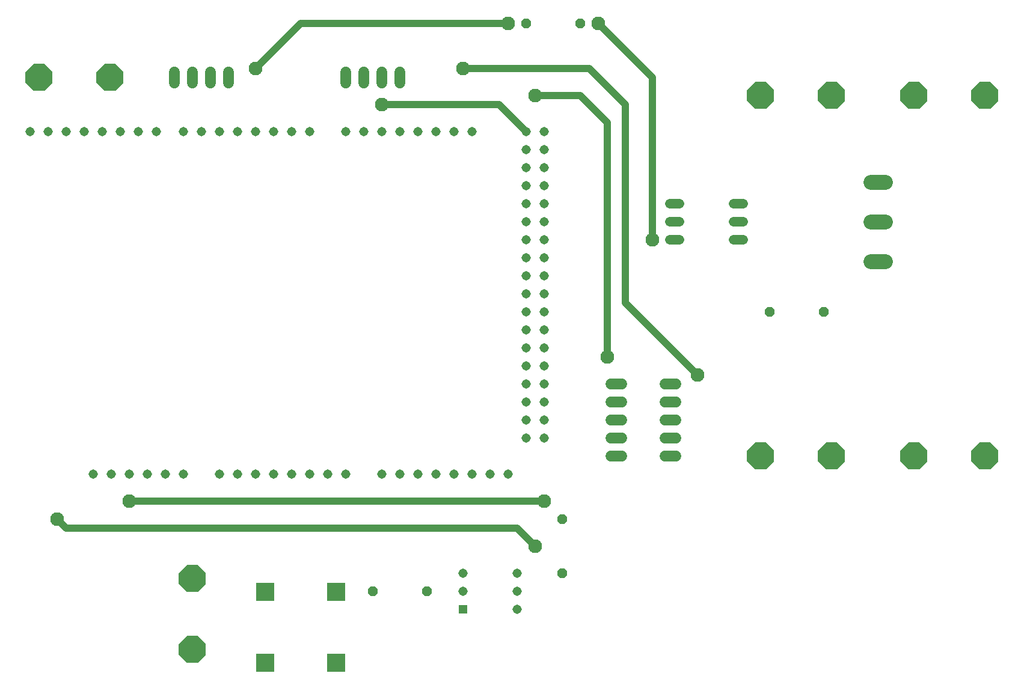
<source format=gbl>
G75*
%MOIN*%
%OFA0B0*%
%FSLAX25Y25*%
%IPPOS*%
%LPD*%
%AMOC8*
5,1,8,0,0,1.08239X$1,22.5*
%
%ADD10C,0.05200*%
%ADD11OC8,0.05200*%
%ADD12C,0.08250*%
%ADD13C,0.05150*%
%ADD14R,0.05150X0.05150*%
%ADD15OC8,0.15000*%
%ADD16C,0.06000*%
%ADD17R,0.10000X0.10000*%
%ADD18C,0.04000*%
%ADD19C,0.07677*%
D10*
X0450800Y0295833D02*
X0456000Y0295833D01*
X0456000Y0305833D02*
X0450800Y0305833D01*
X0450800Y0315833D02*
X0456000Y0315833D01*
X0486000Y0315833D02*
X0491200Y0315833D01*
X0491200Y0305833D02*
X0486000Y0305833D01*
X0486000Y0295833D02*
X0491200Y0295833D01*
D11*
X0506000Y0255833D03*
X0536000Y0255833D03*
X0391000Y0140833D03*
X0391000Y0110833D03*
X0316000Y0100833D03*
X0286000Y0100833D03*
X0371000Y0415833D03*
X0401000Y0415833D03*
D12*
X0561875Y0327833D02*
X0570125Y0327833D01*
X0570125Y0305833D02*
X0561875Y0305833D01*
X0561875Y0283833D02*
X0570125Y0283833D01*
D13*
X0381000Y0285833D03*
X0371000Y0285833D03*
X0371000Y0275833D03*
X0381000Y0275833D03*
X0381000Y0265833D03*
X0371000Y0265833D03*
X0371000Y0255833D03*
X0381000Y0255833D03*
X0381000Y0245833D03*
X0371000Y0245833D03*
X0371000Y0235833D03*
X0381000Y0235833D03*
X0381000Y0225833D03*
X0371000Y0225833D03*
X0371000Y0215833D03*
X0381000Y0215833D03*
X0381000Y0205833D03*
X0371000Y0205833D03*
X0371000Y0195833D03*
X0381000Y0195833D03*
X0381000Y0185833D03*
X0371000Y0185833D03*
X0361000Y0165833D03*
X0351000Y0165833D03*
X0341000Y0165833D03*
X0331000Y0165833D03*
X0321000Y0165833D03*
X0311000Y0165833D03*
X0301000Y0165833D03*
X0291000Y0165833D03*
X0271000Y0165833D03*
X0261000Y0165833D03*
X0251000Y0165833D03*
X0241000Y0165833D03*
X0231000Y0165833D03*
X0221000Y0165833D03*
X0211000Y0165833D03*
X0201000Y0165833D03*
X0181000Y0165833D03*
X0171000Y0165833D03*
X0161000Y0165833D03*
X0151000Y0165833D03*
X0141000Y0165833D03*
X0131000Y0165833D03*
X0336000Y0110833D03*
X0336000Y0100833D03*
X0366000Y0100833D03*
X0366000Y0090833D03*
X0366000Y0110833D03*
X0371000Y0295833D03*
X0381000Y0295833D03*
X0381000Y0305833D03*
X0371000Y0305833D03*
X0371000Y0315833D03*
X0381000Y0315833D03*
X0381000Y0325833D03*
X0371000Y0325833D03*
X0371000Y0335833D03*
X0381000Y0335833D03*
X0381000Y0345833D03*
X0371000Y0345833D03*
X0371000Y0355833D03*
X0381000Y0355833D03*
X0341000Y0355833D03*
X0331000Y0355833D03*
X0321000Y0355833D03*
X0311000Y0355833D03*
X0301000Y0355833D03*
X0291000Y0355833D03*
X0281000Y0355833D03*
X0271000Y0355833D03*
X0251000Y0355833D03*
X0241000Y0355833D03*
X0231000Y0355833D03*
X0221000Y0355833D03*
X0211000Y0355833D03*
X0201000Y0355833D03*
X0191000Y0355833D03*
X0181000Y0355833D03*
X0166000Y0355833D03*
X0156000Y0355833D03*
X0146000Y0355833D03*
X0136000Y0355833D03*
X0126000Y0355833D03*
X0116000Y0355833D03*
X0106000Y0355833D03*
X0096000Y0355833D03*
D14*
X0336000Y0090833D03*
D15*
X0186000Y0068333D03*
X0186000Y0107703D03*
X0501000Y0175833D03*
X0540370Y0175833D03*
X0586000Y0175833D03*
X0625370Y0175833D03*
X0625370Y0375833D03*
X0586000Y0375833D03*
X0540370Y0375833D03*
X0501000Y0375833D03*
X0140370Y0385833D03*
X0101000Y0385833D03*
D16*
X0176000Y0388833D02*
X0176000Y0382833D01*
X0186000Y0382833D02*
X0186000Y0388833D01*
X0196000Y0388833D02*
X0196000Y0382833D01*
X0206000Y0382833D02*
X0206000Y0388833D01*
X0271000Y0388833D02*
X0271000Y0382833D01*
X0281000Y0382833D02*
X0281000Y0388833D01*
X0291000Y0388833D02*
X0291000Y0382833D01*
X0301000Y0382833D02*
X0301000Y0388833D01*
X0418000Y0215833D02*
X0424000Y0215833D01*
X0424000Y0205833D02*
X0418000Y0205833D01*
X0418000Y0195833D02*
X0424000Y0195833D01*
X0424000Y0185833D02*
X0418000Y0185833D01*
X0418000Y0175833D02*
X0424000Y0175833D01*
X0448000Y0175833D02*
X0454000Y0175833D01*
X0454000Y0185833D02*
X0448000Y0185833D01*
X0448000Y0195833D02*
X0454000Y0195833D01*
X0454000Y0205833D02*
X0448000Y0205833D01*
X0448000Y0215833D02*
X0454000Y0215833D01*
D17*
X0265685Y0100518D03*
X0226315Y0100518D03*
X0226315Y0061148D03*
X0265685Y0061148D03*
D18*
X0366000Y0135833D02*
X0376000Y0125833D01*
X0366000Y0135833D02*
X0116000Y0135833D01*
X0111000Y0140833D01*
X0151000Y0150833D02*
X0381000Y0150833D01*
X0466000Y0220833D02*
X0426000Y0260833D01*
X0426000Y0370833D01*
X0406000Y0390833D01*
X0336000Y0390833D01*
X0356000Y0370833D02*
X0291000Y0370833D01*
X0246000Y0415833D02*
X0361000Y0415833D01*
X0411000Y0415833D02*
X0441000Y0385833D01*
X0441000Y0295833D01*
X0371000Y0355833D02*
X0356000Y0370833D01*
X0376000Y0375833D02*
X0401000Y0375833D01*
X0416000Y0360833D01*
X0416000Y0230833D01*
X0246000Y0415833D02*
X0221000Y0390833D01*
D19*
X0221000Y0390833D03*
X0291000Y0370833D03*
X0336000Y0390833D03*
X0361000Y0415833D03*
X0411000Y0415833D03*
X0376000Y0375833D03*
X0441000Y0295833D03*
X0416000Y0230833D03*
X0466000Y0220833D03*
X0381000Y0150833D03*
X0376000Y0125833D03*
X0151000Y0150833D03*
X0111000Y0140833D03*
M02*

</source>
